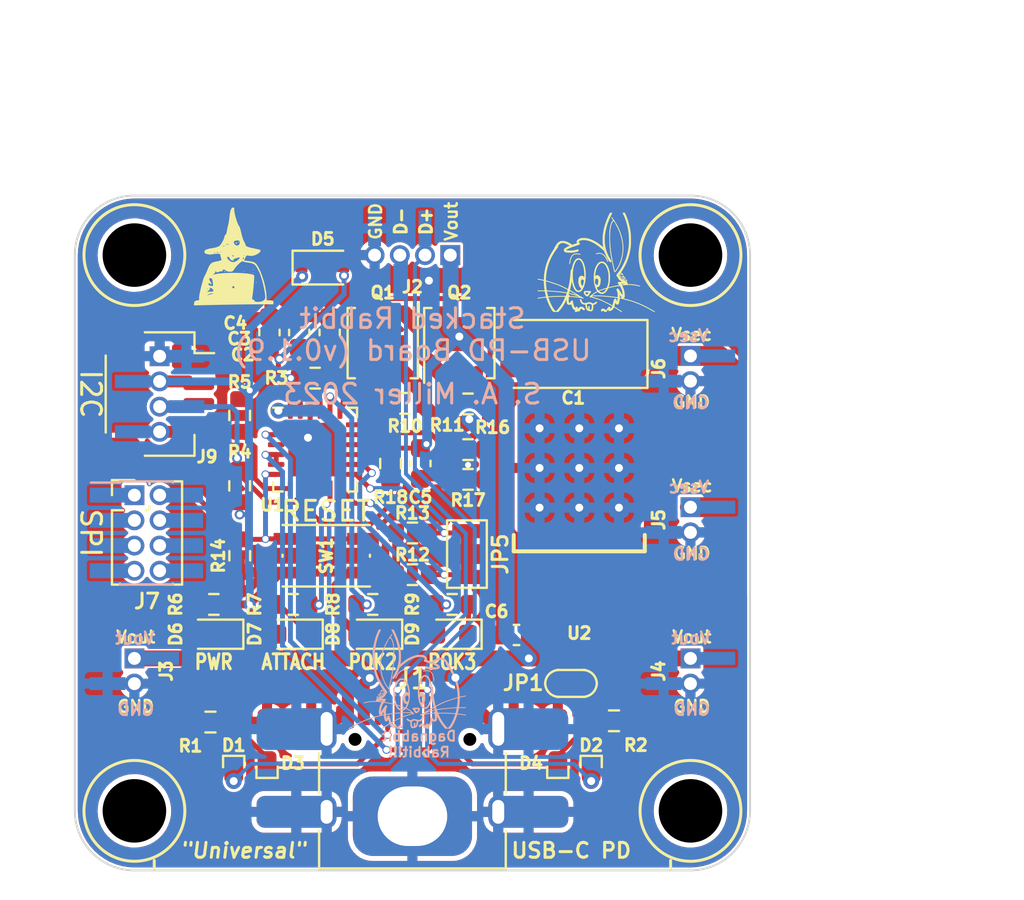
<source format=kicad_pcb>
(kicad_pcb (version 20211014) (generator pcbnew)
  (title_block (title "USB-PD Board") (rev "0.1.9") (company "The Nerd Mage"))
  (layers (0 "F.Cu" signal) (31 "B.Cu" signal) (34 "B.Paste" user) (35 "F.Paste" user) (36 "B.SilkS" user "B.Silkscreen") (37 "F.SilkS" user "F.Silkscreen") (38 "B.Mask" user) (39 "F.Mask" user) (44 "Edge.Cuts" user))
  (net 0 "")
  (net 1 "UD+")
  (net 2 "UD-")
  (net 5 "Net-(C5-Pad2)")
  (net 6 "Net-(C3-Pad1)")
  (net 7 "Net-(C4-Pad1)")
  (net 8 "CC1")
  (net 9 "CC2")
  (net 10 "Vbus")
  (net 11 "RESET")
  (net 12 "SCL")
  (net 13 "SDA")
  (net 14 "GPIO")
  (net 15 "ALERT")
  (net 16 "2v7")
  (net 17 "ATTACH")
  (net 18 "A_B_SIDE")
  (net 19 "GND")
  (net 20 "Vout")
  (net 21 "POWER_OK3")
  (net 22 "POWER_OK2")
  (net 23 "Vsec")
  (net 24 "Net-(D6-Pad2)")
  (net 25 "/ADDR0")
  (net 26 "/ADDR1")
  (net 27 "Net-(D9-Pad1)")
  (net 28 "Net-(R10-Pad1)")
  (net 29 "Net-(R16-Pad2)")
  (net 30 "Net-(Q1-Pad1)")
  (net 31 "Net-(Q1-Pad4)")
  (net 33 "Net-(D7-Pad1)")
  (net 34 "Net-(D8-Pad1)")
  (net 35 "SCLK")
  (net 36 "MISO")
  (net 37 "MOSI")
  (net 38 "~{SCS}3")
  (net 39 "~{SCS}2")
  (net 40 "~{SCS}1")
  (net 41 "~{SCS}0")
  (net 42 "Net-(U1-Pad9)")
  (footprint "Resistor_SMD:R_0603_1608Metric" (layer "F.Cu") (at 91.3 97.626177 -90)
    (fp_text reference "R4")
    (fp_text value "1k")
  )
  (footprint "Tinker:NerdMage" (layer "F.Cu") (at 91 86)
    (fp_text reference "G***" hide)
    (fp_text value "LOGO" hide)
  )
  (footprint "Tinker:PGB1010603NRHF" (layer "F.Cu") (at 109 113 -90)
    (fp_text reference "D2")
    (fp_text value "PGB1010603NR" hide)
  )
  (footprint "Tinker:CP_EIA-6032-28-Tantalumm_HandSolder" (layer "F.Cu") (at 108.1 90.98 180)
    (fp_text reference "C1")
    (fp_text value "22uf" hide)
  )
  (footprint "LED_SMD:LED_0603_1608Metric" (layer "F.Cu") (at 90 105.1 180)
    (fp_text reference "D6")
    (fp_text value "green")
  )
  (footprint "Capacitor_SMD:C_0603_1608Metric" (layer "F.Cu") (at 95.832603 89.9 90)
    (fp_text reference "C2")
    (fp_text value "1.0uF")
  )
  (footprint "Package_DFN_QFN:QFN-24-1EP_4x4mm_P0.5mm_EP2.7x2.7mm" (layer "F.Cu") (at 95.1 95.8)
    (fp_text reference "U1")
    (fp_text value "STUSB4500QTR")
  )
  (footprint "Capacitor_SMD:C_0603_1608Metric" (layer "F.Cu") (at 105.239817 105.138939 180)
    (fp_text reference "C6")
    (fp_text value "1.0uF")
  )
  (footprint "Tinker:DagNabbit" (layer "F.Cu") (at 109 87)
    (fp_text reference "REF**" hide)
    (fp_text value "DagNabbit" hide)
  )
  (footprint "Tinker:R_0603_1608Metric_Pad0.98x0.95mm_HandSolder" (layer "F.Cu") (at 89.829448 109.526795 180)
    (fp_text reference "R1")
    (fp_text value "5k1")
  )
  (footprint "LED_SMD:LED_0603_1608Metric" (layer "F.Cu") (at 98 105.1 180)
    (fp_text reference "D8")
    (fp_text value "yellow")
  )
  (footprint "Tinker:USB_C_Receptacle_HRO_TYPE-C-31-M-12" (layer "F.Cu") (at 100 113)
    (fp_text reference "J1")
    (fp_text value "USB_C_Receptacle" hide)
  )
  (footprint "Resistor_SMD:R_0603_1608Metric" (layer "F.Cu") (at 94 103.6 180)
    (fp_text reference "R7")
    (fp_text value "1k")
  )
  (footprint "Tinker:Diodes_PowerDI3333-8" (layer "F.Cu") (at 102.361153 90.435247 90)
    (fp_text reference "Q2")
    (fp_text value "DMP3013SFV" hide)
  )
  (footprint "Tinker:Board_Stacker_2" (layer "F.Cu") (at 114 106.32)
    (fp_text reference "J4")
    (fp_text value "Conn_01x02_Male")
  )
  (footprint "Tinker:Mount" (layer "F.Cu") (at 114 86)
    (fp_text reference "REF**" hide)
    (fp_text value "Mount" hide)
  )
  (footprint "Capacitor_SMD:C_0603_1608Metric" (layer "F.Cu") (at 94.3 89.9 90)
    (fp_text reference "C3")
    (fp_text value "1.0uF")
  )
  (footprint "Tinker:Diodes_PowerDI3333-8" (layer "F.Cu") (at 98.505987 90.435247 -90)
    (fp_text reference "Q1")
    (fp_text value "DMP3013SFV" hide)
  )
  (footprint "Resistor_SMD:R_0603_1608Metric" (layer "F.Cu") (at 99.621257 93.469133)
    (fp_text reference "R10")
    (fp_text value "1k")
  )
  (footprint "Tinker:SolderJumper-2_P_Open_Rounded_skinny" (layer "F.Cu") (at 107.983618 107.58)
    (fp_text reference "JP1")
    (fp_text value "SolderJumper_2_Open" hide)
  )
  (footprint "Tinker:Board_Stacker_2" (layer "F.Cu") (at 86 106.32)
    (fp_text reference "J3")
    (fp_text value "Conn_01x02_Male")
  )
  (footprint "Tinker:Mount" (layer "F.Cu") (at 114 114)
    (fp_text reference "REF**" hide)
    (fp_text value "Mount" hide)
  )
  (footprint "Tinker:PinHeader_2x04_P1.27mm_Vertical" (layer "F.Cu") (at 86 98.095)
    (fp_text reference "J7")
    (fp_text value "Conn_01x08_Male")
  )
  (footprint "Capacitor_SMD:C_0603_1608Metric" (layer "F.Cu") (at 100.4 96.5 -90)
    (fp_text reference "C5")
    (fp_text value "0.1uF")
  )
  (footprint "Diode_SMD:D_SOD-323" (layer "F.Cu") (at 95.464172 86.630156)
    (fp_text reference "D5")
    (fp_text value "BAT60A")
  )
  (footprint "Tinker:Mount" (layer "F.Cu") (at 86 114)
    (fp_text reference "REF**" hide)
    (fp_text value "Mount" hide)
  )
  (footprint "Resistor_SMD:R_0603_1608Metric" (layer "F.Cu") (at 91.303982 101.147587 90)
    (fp_text reference "R14")
    (fp_text value "100k")
  )
  (footprint "Resistor_SMD:R_0603_1608Metric" (layer "F.Cu") (at 98.9 96.5 -90)
    (fp_text reference "R18")
    (fp_text value "1k")
  )
  (footprint "Tinker:QWIIC_Stack_II" (layer "F.Cu") (at 87.27 93 -90)
    (fp_text reference "J9")
    (fp_text value "QWIIC_Stackable")
  )
  (footprint "Tinker:R_0603_1608Metric_Pad0.98x0.95mm_HandSolder" (layer "F.Cu") (at 110.150246 109.462623)
    (fp_text reference "R2")
    (fp_text value "5k1")
  )
  (footprint "Resistor_SMD:R_0603_1608Metric" (layer "F.Cu") (at 100 100 180)
    (fp_text reference "R13")
    (fp_text value "100k")
  )
  (footprint "Tinker:PGB1010603NRHF" (layer "F.Cu") (at 91 113 -90)
    (fp_text reference "D1")
    (fp_text value "PGB1010603NR" hide)
  )
  (footprint "Tinker:Board_Stacker_2" (layer "F.Cu") (at 114 91.08)
    (fp_text reference "J6")
    (fp_text value "Conn_01x02_Male")
  )
  (footprint "Resistor_SMD:R_0603_1608Metric" (layer "F.Cu") (at 102.8 97.3 180)
    (fp_text reference "R17")
    (fp_text value "100")
  )
  (footprint "Tinker:SolderJumper-3_P1.3mm_Bridged123_Pad1.0x1.5mm" (layer "F.Cu") (at 102.744435 101.062635 -90)
    (fp_text reference "JP5")
    (fp_text value "SolderJumper_3_Bridged123" hide)
  )
  (footprint "Tinker:Board_Stacker_2" (layer "F.Cu") (at 114 98.7)
    (fp_text reference "J5")
    (fp_text value "Conn_01x02_Male")
  )
  (footprint "Tinker:SW_Push_TS273014TP" (layer "F.Cu") (at 95.659571 101.147587)
    (fp_text reference "SW1")
    (fp_text value "SW_Push" hide)
  )
  (footprint "Capacitor_SMD:C_0603_1608Metric" (layer "F.Cu") (at 92.8 89.9 90)
    (fp_text reference "C4")
    (fp_text value "1.0uF")
  )
  (footprint "Resistor_SMD:R_0603_1608Metric" (layer "F.Cu") (at 102.8 93.5 180)
    (fp_text reference "R11")
    (fp_text value "100k")
  )
  (footprint "Resistor_SMD:R_0603_1608Metric" (layer "F.Cu") (at 98 103.6)
    (fp_text reference "R8")
    (fp_text value "1k")
  )
  (footprint "Resistor_SMD:R_0603_1608Metric" (layer "F.Cu") (at 102.8 95.8 180)
    (fp_text reference "R16")
    (fp_text value "22k")
  )
  (footprint "Resistor_SMD:R_0603_1608Metric" (layer "F.Cu") (at 100 102.1 180)
    (fp_text reference "R12")
    (fp_text value "100k")
  )
  (footprint "Resistor_SMD:R_0603_1608Metric" (layer "F.Cu") (at 90 103.6)
    (fp_text reference "R6")
    (fp_text value "1k")
  )
  (footprint "LED_SMD:LED_0603_1608Metric" (layer "F.Cu") (at 94 105.1 180)
    (fp_text reference "D7")
    (fp_text value "yellow")
  )
  (footprint "Resistor_SMD:R_0603_1608Metric" (layer "F.Cu") (at 95.1 92.2 180)
    (fp_text reference "R3")
    (fp_text value "1k")
  )
  (footprint "Tinker:Mount" (layer "F.Cu") (at 86 86)
    (fp_text reference "REF**" hide)
    (fp_text value "Mount" hide)
  )
  (footprint "Resistor_SMD:R_0603_1608Metric" (layer "F.Cu") (at 102 103.6)
    (fp_text reference "R9")
    (fp_text value "1k")
  )
  (footprint "Tinker:Board_Stacker_4" (layer "F.Cu") (at 101.905 86 -90)
    (fp_text reference "J2")
    (fp_text value "Conn_01x04_Male")
  )
  (footprint "Tinker:R1501J033BT1JE" (layer "F.Cu") (at 108.4 98.9)
    (fp_text reference "U2")
    (fp_text value "R1501J033B-T1-JE" hide)
  )
  (footprint "Tinker:PGB1010603NRHF" (layer "F.Cu") (at 107.32 110.571795 90)
    (fp_text reference "D4")
    (fp_text value "PGB1010603NR" hide)
  )
  (footprint "LED_SMD:LED_0603_1608Metric" (layer "F.Cu") (at 102 105.1 180)
    (fp_text reference "D9")
    (fp_text value "yellow")
  )
  (footprint "Resistor_SMD:R_0603_1608Metric" (layer "F.Cu") (at 91.3 94.08 90)
    (fp_text reference "R5")
    (fp_text value "1k")
  )
  (footprint "Tinker:PGB1010603NRHF" (layer "F.Cu") (at 92.68 110.571795 90)
    (fp_text reference "D3")
    (fp_text value "PGB1010603NR" hide)
  )
  (footprint "Tinker:DagNabbit" (layer "B.Cu") (at 100 108 180)
    (fp_text reference "REF**" hide)
    (fp_text value "DagNabbit" hide)
  )
  (gr_line (start 113 116.9) (end 113 116.5) (layer "F.SilkS") (width 0.15))
  (gr_line (start 87 116.9) (end 87 116.5) (layer "F.SilkS") (width 0.15))
  (gr_line (start 117 86) (end 117 114) (layer "Edge.Cuts") (width 0.1))
  (gr_arc (start 86 117) (mid 83.87868 116.12132) (end 83 114) (layer "Edge.Cuts") (width 0.1))
  (gr_arc (start 83 86) (mid 83.87868 83.87868) (end 86 83) (layer "Edge.Cuts") (width 0.1))
  (gr_line (start 86 83) (end 114 83) (layer "Edge.Cuts") (width 0.1))
  (gr_line (start 83 114) (end 83 86) (layer "Edge.Cuts") (width 0.1))
  (gr_arc (start 114 83) (mid 116.12132 83.87868) (end 117 86) (layer "Edge.Cuts") (width 0.1))
  (gr_line (start 86 117) (end 114 117) (layer "Edge.Cuts") (width 0.1))
  (gr_arc (start 117 114) (mid 116.12132 116.12132) (end 114 117) (layer "Edge.Cuts") (width 0.1))
  (gr_text "Stacked Rabbit\n${TITLE} (v${REVISION})" (at 100 90) (layer "B.SilkS") (effects (font (size 1 1)) (justify mirror)))
  (gr_text "Vout" (at 86.019299 105.301541) (layer "B.SilkS") (effects (font (size 0.6 0.6) (thickness 0.125)) (justify mirror)))
  (gr_text "GND" (at 114.067933 108.88409) (layer "B.SilkS") (effects (font (size 0.6 0.6) (thickness 0.125)) (justify mirror)))
  (gr_text "GND" (at 114.007828 93.440254) (layer "B.SilkS") (effects (font (size 0.6 0.6) (thickness 0.125)) (justify mirror)))
  (gr_text "Vsec" (at 113.891319 90.061488) (layer "B.SilkS") (effects (font (size 0.6 0.6) (thickness 0.125)) (justify mirror)))
  (gr_text "Vsec" (at 113.913793 97.690477) (layer "B.SilkS") (effects (font (size 0.6 0.6) (thickness 0.125)) (justify mirror)))
  (gr_text "Vout" (at 114.021329 105.295608) (layer "B.SilkS") (effects (font (size 0.6 0.6) (thickness 0.125)) (justify mirror)))
  (gr_text "GND" (at 86.065903 108.890023) (layer "B.SilkS") (effects (font (size 0.6 0.6) (thickness 0.125)) (justify mirror)))
  (gr_text "S. A. Miller 2023" (at 100 93) (layer "B.SilkS") (effects (font (size 1 1)) (justify mirror)))
  (gr_text "GND" (at 114.030302 101.069243) (layer "B.SilkS") (effects (font (size 0.6 0.6) (thickness 0.125)) (justify mirror)))
  (gr_text "USB-C PD" (at 108 116) (layer "F.SilkS") (effects (font (size 0.75 0.75))))
  (gr_text "Vsec" (at 114.083614 97.629169) (layer "F.SilkS") (effects (font (size 0.6 0.6) (thickness 0.125))))
  (gr_text "Vout" (at 86.068727 105.243053) (layer "F.SilkS") (effects (font (size 0.6 0.6) (thickness 0.125))))
  (gr_text "ATTACH" (at 94 106.5) (layer "F.SilkS") (effects (font (size 0.75 0.6))))
  (gr_text "Vout" (at 101.95585 84.3 90) (layer "F.SilkS") (effects (font (size 0.6 0.6) (thickness 0.125))))
  (gr_text "RESET" (at 95.659571 98.9) (layer "F.SilkS") (effects (font (size 1 1))))
  (gr_text "GND" (at 86.068727 108.743053) (layer "F.SilkS") (effects (font (size 0.6 0.6) (thickness 0.125))))
  (gr_text "GND" (at 98.14585 84.3 90) (layer "F.SilkS") (effects (font (size 0.6 0.6) (thickness 0.125))))
  (gr_text "POK3" (at 102 106.5) (layer "F.SilkS") (effects (font (size 0.75 0.6))))
  (gr_text "I2C" (at 83.8 93 -90) (layer "F.SilkS") (effects (font (size 1 1))))
  (gr_text "GND" (at 114.070757 108.73712) (layer "F.SilkS") (effects (font (size 0.6 0.6) (thickness 0.125))))
  (gr_text "GND" (at 114.083614 101.029169) (layer "F.SilkS") (effects (font (size 0.6 0.6) (thickness 0.125))))
  (gr_text "Vsec" (at 114.06114 90.00018) (layer "F.SilkS") (effects (font (size 0.6 0.6) (thickness 0.125))))
  (gr_text "GND" (at 114.06114 93.40018) (layer "F.SilkS") (effects (font (size 0.6 0.6) (thickness 0.125))))
  (gr_text "SPI" (at 83.8 100 -90) (layer "F.SilkS") (effects (font (size 1 1))))
  (gr_text "{dblquote}Universal{dblquote}" (at 91.5 116) (layer "F.SilkS") (effects (font (size 0.75 0.75) (thickness 0.15) italic)))
  (gr_text "D+" (at 100.68585 84.3 90) (layer "F.SilkS") (effects (font (size 0.6 0.6))))
  (gr_text "PWR" (at 90 106.5) (layer "F.SilkS") (effects (font (size 0.75 0.6))))
  (gr_text "Vout" (at 114.070757 105.23712) (layer "F.SilkS") (effects (font (size 0.6 0.6) (thickness 0.125))))
  (gr_text "POK2" (at 98 106.5) (layer "F.SilkS") (effects (font (size 0.75 0.6))))
  (gr_text "D-" (at 99.41585 84.3 90) (layer "F.SilkS") (effects (font (size 0.6 0.6))))
  (segment (start 99.8 107.921795) (end 100.7 107.921795) (width 0.2) (layer "F.Cu") (net 1))
  (segment (start 100.7 107.921795) (end 100.75 107.971795) (width 0.2) (layer "F.Cu") (net 1))
  (segment (start 99.75 107.971795) (end 99.8 107.921795) (width 0.2) (layer "F.Cu") (net 1))
  (segment (start 100.75 107.971795) (end 100.75 108.946795) (width 0.2) (layer "F.Cu") (net 1))
  (segment (start 99.75 108.946795) (end 99.75 107.971795) (width 0.2) (layer "F.Cu") (net 1))
  (via (at 100.75 107.905935) (size 0.4) (drill 0.3) (layers "F.Cu" "B.Cu") (net 1))
  (via (at 109 112.5) (size 0.8) (drill 0.4) (layers "F.Cu" "B.Cu") (net 1))
  (segment (start 100.123866 86.511134) (end 100.635 86) (width 0.2) (layer "B.Cu") (net 1))
  (segment (start 100.75 107.905935) (end 100.75 106.656882) (width 0.2) (layer "B.Cu") (net 1))
  (segment (start 100.737621 110.30379) (end 100.737816 110.303985) (width 0.2) (layer "B.Cu") (net 1))
  (segment (start 103.136827 99.765504) (end 100.185755 96.814432) (width 0.2) (layer "B.Cu") (net 1))
  (segment (start 100.737816 111.072204) (end 101.30017 111.634558) (width 0.2) (layer "B.Cu") (net 1))
  (segment (start 108.131208 111.634558) (end 108.132883 111.632883) (width 0.2) (layer "B.Cu") (net 1))
  (segment (start 100.75 107.905935) (end 100.737621 107.918314) (width 0.2) (layer "B.Cu") (net 1))
  (segment (start 100.75 106.656882) (end 103.136827 104.270055) (width 0.2) (layer "B.Cu") (net 1))
  (segment (start 108.132883 111.632883) (end 109 112.5) (width 0.2) (layer "B.Cu") (net 1))
  (segment (start 100.737816 110.303985) (end 100.737816 111.072204) (width 0.2) (layer "B.Cu") (net 1))
  (segment (start 101.30017 111.634558) (end 108.131208 111.634558) (width 0.2) (layer "B.Cu") (net 1))
  (segment (start 100.737621 107.918314) (end 100.737621 110.30379) (width 0.2) (layer "B.Cu") (net 1))
  (segment (start 100.185755 96.814432) (end 100.123866 96.814432) (width 0.2) (layer "B.Cu") (net 1))
  (segment (start 103.136827 104.270055) (end 103.136827 99.765504) (width 0.2) (layer "B.Cu") (net 1))
  (segment (start 100.123866 96.814432) (end 100.123866 86.511134) (width 0.2) (layer "B.Cu") (net 1))
  (segment (start 99.25 109.941795) (end 99.3 109.991795) (width 0.2) (layer "F.Cu") (net 2))
  (segment (start 99.3 109.991795) (end 100.2 109.991795) (width 0.2) (layer "F.Cu") (net 2))
  (segment (start 99.25 108.966795) (end 99.25 108.055935) (width 0.2) (layer "F.Cu") (net 2))
  (segment (start 99.25 108.055935) (end 99.15 107.955935) (width 0.2) (layer "F.Cu") (net 2))
  (segment (start 100.2 109.991795) (end 100.25 109.941795) (width 0.2) (layer "F.Cu") (net 2))
  (segment (start 100.25 109.941795) (end 100.25 108.966795) (width 0.2) (layer "F.Cu") (net 2))
  (segment (start 99.25 108.966795) (end 99.25 109.941795) (width 0.2) (layer "F.Cu") (net 2))
  (via (at 91 112.5) (size 0.8) (drill 0.4) (layers "F.Cu" "B.Cu") (net 2))
  (via (at 99.25 107.905935) (size 0.4) (drill 0.3) (layers "F.Cu" "B.Cu") (net 2))
  (segment (start 99.253303 111.183958) (end 98.804378 111.632883) (width 0.2) (layer "B.Cu") (net 2))
  (segment (start 99.253303 107.909238) (end 99.253303 111.183958) (width 0.2) (layer "B.Cu") (net 2))
  (segment (start 99.365 86) (end 99.673866 86.308866) (width 0.2) (layer "B.Cu") (net 2))
  (segment (start 102.686827 104.083655) (end 99.25 107.520482) (width 0.2) (layer "B.Cu") (net 2))
  (segment (start 102.686827 100.034106) (end 102.686827 104.083655) (width 0.2) (layer "B.Cu") (net 2))
  (segment (start 91.867117 111.632883) (end 91 112.5) (width 0.2) (layer "B.Cu") (net 2))
  (segment (start 99.25 107.520482) (end 99.25 107.905935) (width 0.2) (layer "B.Cu") (net 2))
  (segment (start 99.673866 97.021145) (end 102.686827 100.034106) (width 0.2) (layer "B.Cu") (net 2))
  (segment (start 98.804378 111.632883) (end 91.867117 111.632883) (width 0.2) (layer "B.Cu") (net 2))
  (segment (start 99.25 107.905935) (end 99.253303 107.909238) (width 0.2) (layer "B.Cu") (net 2))
  (segment (start 99.673866 86.308866) (end 99.673866 97.021145) (width 0.2) (layer "B.Cu") (net 2))
  (segment (start 100.4 97.275) (end 101.95 97.275) (width 0.25) (layer "F.Cu") (net 5))
  (segment (start 101.95 97.275) (end 101.975 97.3) (width 0.25) (layer "F.Cu") (net 5))
  (segment (start 95.069118 91.544118) (end 94.3 90.775) (width 0.25) (layer "F.Cu") (net 6))
  (segment (start 95.35 93.2919) (end 95.069118 93.011018) (width 0.25) (layer "F.Cu") (net 6))
  (segment (start 95.069118 93.011018) (end 95.069118 91.544118) (width 0.25) (layer "F.Cu") (net 6))
  (segment (start 95.35 93.8375) (end 95.35 93.2919) (width 0.25) (layer "F.Cu") (net 6))
  (segment (start 93.248585 92.346288) (end 93.248585 91.223585) (width 0.25) (layer "F.Cu") (net 7))
  (segment (start 94.35 93.447703) (end 93.248585 92.346288) (width 0.25) (layer "F.Cu") (net 7))
  (segment (start 93.248585 91.223585) (end 92.8 90.775) (width 0.25) (layer "F.Cu") (net 7))
  (segment (start 94.35 93.8375) (end 94.35 93.447703) (width 0.25) (layer "F.Cu") (net 7))
  (via (at 96.556447 87.032573) (size 0.5) (drill 0.3) (layers "F.Cu" "B.Cu") (net 7))
  (via (at 93.298784 91.22921) (size 0.5) (drill 0.3) (layers "F.Cu" "B.Cu") (net 7))
  (segment (start 96.556447 87.971547) (end 96.556447 87.032573) (width 0.25) (layer "B.Cu") (net 7))
  (segment (start 93.298784 91.22921) (end 96.556447 87.971547) (width 0.25) (layer "B.Cu") (net 7))
  (segment (start 90.891948 109.526795) (end 92.68 111.314847) (width 0.25) (layer "F.Cu") (net 8))
  (segment (start 98.743716 110.171172) (end 98.704539 110.171172) (width 0.25) (layer "F.Cu") (net 8))
  (segment (start 97.241416 111.634295) (end 92.68 111.634295) (width 0.25) (layer "F.Cu") (net 8))
  (segment (start 92.631354 95.046166) (end 93.133666 95.046166) (width 0.25) (layer "F.Cu") (net 8))
  (segment (start 98.75 110.164888) (end 98.743716 110.171172) (width 0.25) (layer "F.Cu") (net 8))
  (segment (start 98.75 108.955) (end 98.75 110.164888) (width 0.25) (layer "F.Cu") (net 8))
  (segment (start 92.68 111.314847) (end 92.68 111.631795) (width 0.25) (layer "F.Cu") (net 8))
  (segment (start 93.133666 95.046166) (end 93.1375 95.05) (width 0.25) (layer "F.Cu") (net 8))
  (segment (start 93.1375 95.05) (end 93.1375 94.55) (width 0.25) (layer "F.Cu") (net 8))
  (segment (start 98.704539 110.171172) (end 97.241416 111.634295) (width 0.25) (layer "F.Cu") (net 8))
  (via (at 92.6 95.046166) (size 0.4) (drill 0.3) (layers "F.Cu" "B.Cu") (net 8))
  (via (at 98.743716 110.171172) (size 0.4) (drill 0.3) (layers "F.Cu" "B.Cu") (net 8))
  (segment (start 93.856936 96.282462) (end 93.856936 105.446975) (width 0.25) (layer "B.Cu") (net 8))
  (segment (start 93.856936 105.446975) (end 98.581133 110.171172) (width 0.25) (layer "B.Cu") (net 8))
  (segment (start 98.581133 110.171172) (end 98.743716 110.171172) (width 0.25) (layer "B.Cu") (net 8))
  (segment (start 92.631354 95.05688) (end 93.856936 96.282462) (width 0.25) (layer "B.Cu") (net 8))
  (segment (start 92.631354 95.046166) (end 92.631354 95.05688) (width 0.25) (layer "B.Cu") (net 8))
  (segment (start 100.749398 110.926038) (end 101.75 109.925436) (width 0.25) (layer "F.Cu") (net 9))
  (segment (start 101.75 109.67) (end 101.75 110.369276) (width 0.25) (layer "F.Cu") (net 9))
  (segment (start 101.75 110.149742) (end 101.75 109.925436) (width 0.25) (layer "F.Cu") (net 9))
  (segment (start 92.60327 96.061219) (end 92.614489 96.05) (width 0.25) (layer "F.Cu") (net 9))
  (segment (start 103.015019 111.634295) (end 107.32 111.634295) (width 0.25) (layer "F.Cu") (net 9))
  (segment (start 93.1375 96.55) (end 93.1375 96.05) (width 0.25) (layer "F.Cu") (net 9))
  (segment (start 107.32 111.631795) (end 107.32 111.230369) (width 0.25) (layer "F.Cu") (net 9))
  (segment (start 101.75 110.369276) (end 103.015019 111.634295) (width 0.25) (layer "F.Cu") (net 9))
  (segment (start 92.614489 96.05) (end 93.1375 96.05) (width 0.25) (layer "F.Cu") (net 9))
  (segment (start 101.75 108.955) (end 101.75 109.67) (width 0.25) (layer "F.Cu") (net 9))
  (segment (start 98.692136 110.926038) (end 100.749398 110.926038) (width 0.25) (layer "F.Cu") (net 9))
  (segment (start 101.75 109.925436) (end 101.75 109.67) (width 0.25) (layer "F.Cu") (net 9))
  (segment (start 107.32 111.230369) (end 109.087746 109.462623) (width 0.25) (layer "F.Cu") (net 9))
  (via (at 92.6 96.061219) (size 0.4) (drill 0.3) (layers "F.Cu" "B.Cu") (net 9))
  (via (at 98.692136 110.926038) (size 0.4) (drill 0.3) (layers "F.Cu" "B.Cu") (net 9))
  (segment (start 93.456936 105.690838) (end 98.692136 110.926038) (width 0.25) (layer "B.Cu") (net 9))
  (segment (start 92.60327 96.061219) (end 93.456936 96.914885) (width 0.25) (layer "B.Cu") (net 9))
  (segment (start 93.456936 96.914885) (end 93.456936 105.690838) (width 0.25) (layer "B.Cu") (net 9))
  (segment (start 98.505987 90.890247) (end 98.403391 90.787651) (width 0.8) (layer "F.Cu") (net 10))
  (segment (start 102.1633 107.189716) (end 102.45 107.476416) (width 0.6) (layer "F.Cu") (net 10))
  (segment (start 100.446257 92.830517) (end 98.505987 90.890247) (width 0.8) (layer "F.Cu") (net 10))
  (segment (start 97.55 108.515) (end 97.55 107.61) (width 0.6) (layer "F.Cu") (net 10))
  (segment (start 100.446257 93.469133) (end 100.446257 92.830517) (width 0.8) (layer "F.Cu") (net 10))
  (segment (start 102.45 108.955) (end 102.45 108.126132) (width 0.6) (layer "F.Cu") (net 10))
  (segment (start 102.862189 94.269969) (end 102.607158 94.525) (width 0.8) (layer "F.Cu") (net 10))
  (segment (start 102.607158 94.525) (end 101.46434 94.525) (width 0.8) (layer "F.Cu") (net 10))
  (segment (start 97.55 107.61) (end 97.970284 107.189716) (width 0.6) (layer "F.Cu") (net 10))
  (segment (start 107.230034 107.476416) (end 102.45 107.476416) (width 0.8) (layer "F.Cu") (net 10))
  (segment (start 93.25122 93.8375) (end 93.65 93.8375) (width 0.6) (layer "F.Cu") (net 10))
  (segment (start 102.45 107.476416) (end 102.45 108.082373) (width 0.6) (layer "F.Cu") (net 10))
  (segment (start 97.970284 107.189716) (end 102.1633 107.189716) (width 0.6) (layer "F.Cu") (net 10))
  (segment (start 100.446257 93.506917) (end 100.446257 93.469133) (width 0.8) (layer "F.Cu") (net 10))
  (segment (start 101.46434 94.525) (end 100.446257 93.506917) (width 0.8) (layer "F.Cu") (net 10))
  (segment (start 107.333618 107.58) (end 107.230034 107.476416) (width 0.8) (layer "F.Cu") (net 10))
  (segment (start 98.403391 90.787651) (end 95.832603 90.787651) (width 0.8) (layer "F.Cu") (net 10))
  (via (at 102.1633 107.289716) (size 0.8) (drill 0.4) (layers "F.Cu" "B.Cu") (net 10))
  (via (at 93.25122 93.8375) (size 0.8) (drill 0.4) (layers "F.Cu" "B.Cu") (net 10))
  (via (at 97.85 107.31) (size 0.8) (drill 0.4) (layers "F.Cu" "B.Cu") (net 10))
  (via (at 102.862189 94.269969) (size 0.8) (drill 0.4) (layers "F.Cu" "B.Cu") (net 10))
  (segment (start 93.25122 93.8375) (end 95.396969 93.8375) (width 0.6) (layer "B.Cu") (net 10))
  (segment (start 96.370399 94.81093) (end 96.370399 105.830399) (width 0.6) (layer "B.Cu") (net 10))
  (segment (start 95.396969 93.8375) (end 96.370399 94.81093) (width 0.6) (layer "B.Cu") (net 10))
  (segment (start 103.786327 95.194107) (end 103.786327 105.666689) (width 0.8) (layer "B.Cu") (net 10))
  (segment (start 103.786327 105.666689) (end 102.1633 107.289716) (width 0.8) (layer "B.Cu") (net 10))
  (segment (start 96.370399 105.830399) (end 97.85 107.31) (width 0.6) (layer "B.Cu") (net 10))
  (segment (start 102.862189 94.269969) (end 103.786327 95.194107) (width 0.8) (layer "B.Cu") (net 10))
  (segment (start 92.602413 100.297587) (end 97.509571 100.297587) (width 0.25) (layer "F.Cu") (net 11))
  (segment (start 92.6 100.3) (end 92.602413 100.297587) (width 0.25) (layer "F.Cu") (net 11))
  (segment (start 92.601458 97.05) (end 93.1375 97.05) (width 0.25) (layer "F.Cu") (net 11))
  (segment (start 92.577413 100.322587) (end 92.6 100.3) (width 0.25) (layer "F.Cu") (net 11))
  (segment (start 91.303982 100.322587) (end 91.287401 100.322587) (width 0.25) (layer "F.Cu") (net 11))
  (segment (start 91.287401 100.322587) (end 89.059814 98.095) (width 0.25) (layer "F.Cu") (net 11))
  (segment (start 91.303982 100.322587) (end 92.577413 100.322587) (width 0.25) (layer "F.Cu") (net 11))
  (segment (start 89.059814 98.095) (end 87.27 98.095) (width 0.25) (layer "F.Cu") (net 11))
  (via (at 92.6 100.3) (size 0.4) (drill 0.3) (layers "F.Cu" "B.Cu") (net 11))
  (via (at 92.6 97.05) (size 0.4) (drill 0.3) (layers "F.Cu" "B.Cu") (net 11))
  (segment (start 92.601458 100.298542) (end 92.601458 97.05) (width 0.25) (layer "B.Cu") (net 11))
  (segment (start 92.6 100.3) (end 92.601458 100.298542) (width 0.25) (layer "B.Cu") (net 11))
  (segment (start 93.85 97.7625) (end 92.570037 97.7625) (width 0.25) (layer "F.Cu") (net 12))
  (segment (start 92.570037 97.7625) (end 92.075 97.267463) (width 0.25) (layer "F.Cu") (net 12))
  (segment (start 92.072112 95.677112) (end 91.3 94.905) (width 0.25) (layer "F.Cu") (net 12))
  (segment (start 87.27 94.905) (end 90.9 94.905) (width 0.25) (layer "F.Cu") (net 12))
  (segment (start 92.075 95.677112) (end 92.072112 95.677112) (width 0.25) (layer "F.Cu") (net 12))
  (segment (start 92.075 97.267463) (end 92.075 95.677112) (width 0.25) (layer "F.Cu") (net 12))
  (segment (start 94.052297 98.45) (end 94.35 98.152297) (width 0.25) (layer "F.Cu") (net 13))
  (segment (start 94.35 98.152297) (end 94.35 97.7625) (width 0.25) (layer "F.Cu") (net 13))
  (segment (start 92.691852 98.45) (end 94.052297 98.45) (width 0.25) (layer "F.Cu") (net 13))
  (segment (start 91.169714 96.23352) (end 91.169714 96.670891) (width 0.25) (layer "F.Cu") (net 13))
  (segment (start 91.3 97.058149) (end 92.691852 98.45) (width 0.25) (layer "F.Cu") (net 13))
  (segment (start 91.3 96.801177) (end 91.3 97.058149) (width 0.25) (layer "F.Cu") (net 13))
  (segment (start 91.169714 96.670891) (end 91.3 96.801177) (width 0.25) (layer "F.Cu") (net 13))
  (via (at 91.169714 96.23352) (size 0.5) (drill 0.3) (layers "F.Cu" "B.Cu") (net 13))
  (segment (start 90.875568 93.635) (end 91.169714 93.929146) (width 0.25) (layer "B.Cu") (net 13))
  (segment (start 91.169714 93.929146) (end 91.169714 96.23352) (width 0.25) (layer "B.Cu") (net 13))
  (segment (start 87.27 93.635) (end 90.875568 93.635) (width 0.25) (layer "B.Cu") (net 13))
  (segment (start 96.515379 92.901492) (end 96.515379 93.551633) (width 0.25) (layer "F.Cu") (net 15))
  (segment (start 95.890424 92.276537) (end 96.515379 92.901492) (width 0.25) (layer "F.Cu") (net 15))
  (segment (start 96.35 93.8375) (end 96.35 93.717011) (width 0.25) (layer "F.Cu") (net 15))
  (segment (start 96.35 93.717011) (end 96.515379 93.551633) (width 0.25) (layer "F.Cu") (net 15))
  (segment (start 99.18424 100.164097) (end 99.18424 102.025006) (width 0.4) (layer "F.Cu") (net 16))
  (segment (start 93.2125 105.1) (end 93.183635 105.1) (width 0.4) (layer "F.Cu") (net 16))
  (segment (start 97.2125 105.094573) (end 97.2125 105.1) (width 0.4) (layer "F.Cu") (net 16))
  (segment (start 93.809571 101.997587) (end 99.156821 101.997587) (width 0.4) (layer "F.Cu") (net 16))
  (segment (start 99.156821 101.997587) (end 100.079944 102.92071) (width 0.4) (layer "F.Cu") (net 16))
  (segment (start 100.079944 102.92071) (end 100.079944 103.981924) (width 0.4) (layer "F.Cu") (net 16))
  (segment (start 96.132721 102.620737) (end 96.132721 104.014794) (width 0.4) (layer "F.Cu") (net 16))
  (segment (start 91.809571 103.577861) (end 93.389845 101.997587) (width 0.4) (layer "F.Cu") (net 16))
  (segment (start 101.198021 105.1) (end 101.2125 105.1) (width 0.4) (layer "F.Cu") (net 16))
  (segment (start 90.825 103.6) (end 91.809571 103.6) (width 0.4) (layer "F.Cu") (net 16))
  (segment (start 91.809571 103.6) (end 91.809571 103.577861) (width 0.4) (layer "F.Cu") (net 16))
  (segment (start 96.509571 102.243887) (end 96.132721 102.620737) (width 0.4) (layer "F.Cu") (net 16))
  (segment (start 93.183635 105.1) (end 91.809571 103.725936) (width 0.4) (layer "F.Cu") (net 16))
  (segment (start 96.132721 104.014794) (end 97.2125 105.094573) (width 0.4) (layer "F.Cu") (net 16))
  (segment (start 100.079944 103.981924) (end 101.198021 105.1) (width 0.4) (layer "F.Cu") (net 16))
  (segment (start 93.389845 101.997587) (end 93.809571 101.997587) (width 0.4) (layer "F.Cu") (net 16))
  (via (at 93.879698 92.2) (size 0.4) (drill 0.3) (layers "F.Cu" "B.Cu") (net 16))
  (via (at 91.3 99.06759) (size 0.5) (drill 0.3) (layers "F.Cu" "B.Cu") (net 16))
  (via (at 91.807924 92.817761) (size 0.6) (drill 0.3) (layers "F.Cu" "B.Cu") (net 16))
  (via (at 94.448547 87.070898) (size 0.6) (drill 0.3) (layers "F.Cu" "B.Cu") (net 16))
  (via (at 91.809571 103.6) (size 0.6) (drill 0.3) (layers "F.Cu" "B.Cu") (net 16))
  (segment (start 91.809571 101.997587) (end 91.769214 101.95723) (width 0.4) (layer "B.Cu") (net 16))
  (segment (start 91.769214 93.040365) (end 91.769214 89.750231) (width 0.4) (layer "B.Cu") (net 16))
  (segment (start 91.769214 99.015834) (end 91.769214 94.796948) (width 0.4) (layer "B.Cu") (net 16))
  (segment (start 91.736074 99.06759) (end 91.769214 99.10073) (width 0.25) (layer "B.Cu") (net 16))
  (segment (start 92.609579 92.2) (end 93.879698 92.2) (width 0.4) (layer "B.Cu") (net 16))
  (segment (start 90.977063 92.365) (end 87.27 92.365) (width 0.4) (layer "B.Cu") (net 16))
  (segment (start 91.769214 93.040365) (end 91.093849 92.365) (width 0.4) (layer "B.Cu") (net 16))
  (segment (start 91.769214 101.95723) (end 91.769214 99.10073) (width 0.4) (layer "B.Cu") (net 16))
  (segment (start 91.3 99.06759) (end 91.736074 99.06759) (width 0.25) (layer "B.Cu") (net 16))
  (segment (start 91.769214 93.040365) (end 92.609579 92.2) (width 0.4) (layer "B.Cu") (net 16))
  (segment (start 91.769214 89.750231) (end 94.448547 87.070898) (width 0.4) (layer "B.Cu") (net 16))
  (segment (start 91.809571 101.997587) (end 91.809571 103.6) (width 0.4) (layer "B.Cu") (net 16))
  (segment (start 91.769214 94.548956) (end 91.769214 93.040365) (width 0.4) (layer "B.Cu") (net 16))
  (segment (start 91.093849 92.365) (end 90.977063 92.365) (width 0.4) (layer "B.Cu") (net 16))
  (segment (start 91.769214 94.796948) (end 91.769214 94.548956) (width 0.4) (layer "B.Cu") (net 16))
  (segment (start 95.85 98.359764) (end 95.85 97.7625) (width 0.25) (layer "F.Cu") (net 17))
  (segment (start 95.668291 98.541473) (end 95.85 98.359764) (width 0.25) (layer "F.Cu") (net 17))
  (via (at 95.289791 103.61334) (size 0.5) (drill 0.3) (layers "F.Cu" "B.Cu") (net 17))
  (via (at 95.668291 98.541473) (size 0.4) (drill 0.3) (layers "F.Cu" "B.Cu") (net 17))
  (segment (start 95.668291 98.541473) (end 95.418143 98.791621) (width 0.25) (layer "B.Cu") (net 17))
  (segment (start 95.418143 98.791621) (end 95.418143 103.484988) (width 0.25) (layer "B.Cu") (net 17))
  (segment (start 95.418143 103.484988) (end 95.289791 103.61334) (width 0.25) (layer "B.Cu") (net 17))
  (segment (start 105.856965 114.06) (end 105.846965 114.05) (width 0.25) (layer "F.Cu") (net 19))
  (segment (start 109 114.06) (end 105.856965 114.06) (width 0.25) (layer "F.Cu") (net 19))
  (segment (start 95.35 95.810618) (end 94.739382 95.2) (width 0.25) (layer "F.Cu") (net 19))
  (segment (start 94.530535 109.509295) (end 94.903035 109.881795) (width 0.25) (layer "F.Cu") (net 19))
  (segment (start 91 114.06) (end 94.143035 114.06) (width 0.25) (layer "F.Cu") (net 19))
  (segment (start 103.405 108.966795) (end 104.32 109.881795) (width 0.6) (layer "F.Cu") (net 19))
  (segment (start 103.25 108.966795) (end 103.405 108.966795) (width 0.6) (layer "F.Cu") (net 19))
  (segment (start 92.68 109.509295) (end 94.530535 109.509295) (width 0.25) (layer "F.Cu") (net 19))
  (segment (start 94.85 93.8375) (end 94.85 95.089382) (width 0.25) (layer "F.Cu") (net 19))
  (segment (start 94.85 95.089382) (end 94.739382 95.2) (width 0.25) (layer "F.Cu") (net 19))
  (segment (start 96.595 108.966795) (end 95.68 109.881795) (width 0.6) (layer "F.Cu") (net 19))
  (segment (start 107.32 109.509295) (end 105.469465 109.509295) (width 0.25) (layer "F.Cu") (net 19))
  (segment (start 96.75 108.966795) (end 96.595 108.966795) (width 0.6) (layer "F.Cu") (net 19))
  (segment (start 105.469465 109.509295) (end 105.096965 109.881795) (width 0.25) (layer "F.Cu") (net 19))
  (segment (start 95.35 97.7625) (end 95.35 95.810618) (width 0.25) (layer "F.Cu") (net 19))
  (segment (start 94.143035 114.06) (end 94.153035 114.05) (width 0.25) (layer "F.Cu") (net 19))
  (via (at 94.739382 95.2) (size 0.8) (drill 0.4) (layers "F.Cu" "B.Cu") (net 19))
  (via (at 102.8 96.571241) (size 0.5) (drill 0.3) (layers "F.Cu" "B.Cu") (net 19))
  (via (at 100.831363 87.286663) (size 0.8) (drill 0.4) (layers "F.Cu" "B.Cu") (net 19))
  (segment (start 108.633618 107.58) (end 108.633618 106.393618) (width 0.8) (layer "F.Cu") (net 20))
  (segment (start 98.95 95.725) (end 98.9 95.675) (width 0.25) (layer "F.Cu") (net 20))
  (segment (start 105.86 106.16) (end 106.02 106.32) (width 0.8) (layer "F.Cu") (net 20))
  (segment (start 109.67 106.11) (end 109.88 106.32) (width 0.8) (layer "F.Cu") (net 20))
  (segment (start 108.56 106.32) (end 109.88 106.32) (width 0.8) (layer "F.Cu") (net 20))
  (segment (start 109.67 103.075) (end 109.67 106.11) (width 0.8) (layer "F.Cu") (net 20))
  (segment (start 114 106.32) (end 112.42 106.32) (width 0.8) (layer "F.Cu") (net 20))
  (segment (start 105.840193 106.32) (end 106.02 106.32) (width 0.8) (layer "F.Cu") (net 20))
  (segment (start 86 106.32) (end 105.840193 106.32) (width 0.8) (layer "F.Cu") (net 20))
  (segment (start 108.633618 106.393618) (end 108.56 106.32) (width 0.8) (layer "F.Cu") (net 20))
  (segment (start 100.4 95.725) (end 98.95 95.725) (width 0.25) (layer "F.Cu") (net 20))
  (segment (start 106.02 106.32) (end 108.56 106.32) (width 0.8) (layer "F.Cu") (net 20))
  (segment (start 105.86 103.075) (end 105.86 106.16) (width 0.8) (layer "F.Cu") (net 20))
  (segment (start 109.88 106.32) (end 112.42 106.32) (width 0.8) (layer "F.Cu") (net 20))
  (via (at 102.361153 90.106221) (size 0.8) (drill 0.4) (layers "F.Cu" "B.Cu") (net 20))
  (via (at 105.86 106.32) (size 0.8) (drill 0.4) (layers "F.Cu" "B.Cu") (net 20))
  (via (at 100.706905 95.523169) (size 0.5) (drill 0.3) (layers "F.Cu" "B.Cu") (net 20))
  (segment (start 101.92 86) (end 101.92 89.665068) (width 0.8) (layer "B.Cu") (net 20))
  (segment (start 105.86 106.32) (end 104.736327 105.196327) (width 0.8) (layer "B.Cu") (net 20))
  (segment (start 100.706905 95.523169) (end 100.739404 95.49067) (width 0.5) (layer "B.Cu") (net 20))
  (segment (start 100.739404 91.72797) (end 102.361153 90.106221) (width 0.5) (layer "B.Cu") (net 20))
  (segment (start 101.92 89.665068) (end 102.361153 90.106221) (width 0.8) (layer "B.Cu") (net 20))
  (segment (start 104.736327 92.481395) (end 102.361153 90.106221) (width 0.8) (layer "B.Cu") (net 20))
  (segment (start 100.739404 95.49067) (end 100.739404 91.72797) (width 0.5) (layer "B.Cu") (net 20))
  (segment (start 104.736327 105.196327) (end 104.736327 92.481395) (width 0.8) (layer "B.Cu") (net 20))
  (segment (start 97.526279 96.55) (end 97.0625 96.55) (width 0.25) (layer "F.Cu") (net 21))
  (segment (start 97.953641 96.977362) (end 97.526279 96.55) (width 0.25) (layer "F.Cu") (net 21))
  (via (at 97.953641 96.977362) (size 0.4) (drill 0.3) (layers "F.Cu" "B.Cu") (net 21))
  (via (at 101.7 103.6) (size 0.5) (drill 0.3) (layers "F.Cu" "B.Cu") (net 21))
  (segment (start 97.345399 99.245399) (end 101.7 103.6) (width 0.25) (layer "B.Cu") (net 21))
  (segment (start 97.345399 97.544745) (end 97.345399 99.245399) (width 0.25) (layer "B.Cu") (net 21))
  (segment (start 97.953641 96.977362) (end 97.912782 96.977362) (width 0.25) (layer "B.Cu") (net 21))
  (segment (start 97.912782 96.977362) (end 97.345399 97.544745) (width 0.25) (layer "B.Cu") (net 21))
  (segment (start 95.85 93.121335) (end 95.85 93.8375) (width 0.25) (layer "F.Cu") (net 22))
  (via (at 95.85 93.121335) (size 0.4) (drill 0.3) (layers "F.Cu" "B.Cu") (net 22))
  (via (at 97.7 103.6) (size 0.5) (drill 0.3) (layers "F.Cu" "B.Cu") (net 22))
  (segment (start 95.85 93.121335) (end 96.945399 94.216734) (width 0.25) (layer "B.Cu") (net 22))
  (segment (start 96.945399 102.845399) (end 97.7 103.6) (width 0.25) (layer "B.Cu") (net 22))
  (segment (start 96.945399 94.216734) (end 96.945399 102.845399) (width 0.25) (layer "B.Cu") (net 22))
  (segment (start 113.902854 91.08) (end 110.95 91.08) (width 1) (layer "F.Cu") (net 23))
  (segment (start 113.902854 91.08) (end 115.468859 91.08) (width 1) (layer "F.Cu") (net 23))
  (segment (start 115.323382 103.475) (end 110.94 103.475) (width 1) (layer "F.Cu") (net 23))
  (segment (start 116.069587 91.680728) (end 116.069587 98.236772) (width 1) (layer "F.Cu") (net 23))
  (segment (start 116.067165 98.239194) (end 116.067165 98.587165) (width 1) (layer "F.Cu") (net 23))
  (segment (start 115.468859 91.08) (end 116.069587 91.680728) (width 1) (layer "F.Cu") (net 23))
  (segment (start 116.067165 102.731217) (end 115.323382 103.475) (width 1) (layer "F.Cu") (net 23))
  (segment (start 116.069587 98.236772) (end 116.067165 98.239194) (width 1) (layer "F.Cu") (net 23))
  (segment (start 115.95433 98.7) (end 116.067165 98.587165) (width 1) (layer "F.Cu") (net 23))
  (segment (start 113.97 98.7) (end 115.95433 98.7) (width 1) (layer "F.Cu") (net 23))
  (segment (start 116.067165 98.587165) (end 116.067165 102.731217) (width 1) (layer "F.Cu") (net 23))
  (segment (start 89.175 105.0625) (end 89.2125 105.1) (width 0.25) (layer "F.Cu") (net 24))
  (segment (start 89.175 103.6) (end 89.175 105.0625) (width 0.25) (layer "F.Cu") (net 24))
  (segment (start 100.847726 102.1) (end 102.624095 102.1) (width 0.25) (layer "F.Cu") (net 25))
  (segment (start 97.091017 98.503517) (end 97.880553 98.503517) (width 0.25) (layer "F.Cu") (net 25))
  (segment (start 96.35 97.7625) (end 97.091017 98.503517) (width 0.25) (layer "F.Cu") (net 25))
  (segment (start 102.624095 102.1) (end 102.744003 102.219908) (width 0.25) (layer "F.Cu") (net 25))
  (via (at 97.880553 98.503517) (size 0.4) (drill 0.3) (layers "F.Cu" "B.Cu") (net 25))
  (via (at 101.6 102.1) (size 0.4) (drill 0.3) (layers "F.Cu" "B.Cu") (net 25))
  (segment (start 98.003517 98.503517) (end 101.6 102.1) (width 0.25) (layer "B.Cu") (net 25))
  (segment (start 97.880553 98.503517) (end 98.003517 98.503517) (width 0.25) (layer "B.Cu") (net 25))
  (segment (start 100.83424 100) (end 102.658872 100) (width 0.25) (layer "F.Cu") (net 26))
  (segment (start 102.658872 100) (end 102.750341 99.908531) (width 0.25) (layer "F.Cu") (net 26))
  (segment (start 97.0625 97.05) (end 97.158191 97.05) (width 0.25) (layer "F.Cu") (net 26))
  (segment (start 97.158191 97.05) (end 97.870399 97.762208) (width 0.25) (layer "F.Cu") (net 26))
  (via (at 101.6 100) (size 0.4) (drill 0.3) (layers "F.Cu" "B.Cu") (net 26))
  (via (at 97.870399 97.762208) (size 0.4) (drill 0.3) (layers "F.Cu" "B.Cu") (net 26))
  (segment (start 99.362208 97.762208) (end 97.870399 97.762208) (width 0.25) (layer "B.Cu") (net 26))
  (segment (start 101.6 100) (end 99.362208 97.762208) (width 0.25) (layer "B.Cu") (net 26))
  (segment (start 102.825 103.6) (end 102.825 105.0625) (width 0.25) (layer "F.Cu") (net 27))
  (segment (start 102.825 105.0625) (end 102.7875 105.1) (width 0.25) (layer "F.Cu") (net 27))
  (segment (start 97.71539 94.55) (end 98.796257 93.469133) (width 0.25) (layer "F.Cu") (net 28))
  (segment (start 97.0625 94.55) (end 97.71539 94.55) (width 0.25) (layer "F.Cu") (net 28))
  (segment (start 97.0625 95.55) (end 97.652297 95.55) (width 0.25) (layer "F.Cu") (net 29))
  (segment (start 100.875493 94.95) (end 98.252297 94.95) (width 0.25) (layer "F.Cu") (net 29))
  (segment (start 101.725493 95.8) (end 101.975 95.8) (width 0.25) (layer "F.Cu") (net 29))
  (segment (start 97.652297 95.55) (end 98.252297 94.95) (width 0.25) (layer "F.Cu") (net 29))
  (segment (start 100.875493 94.95) (end 101.725493 95.8) (width 0.25) (layer "F.Cu") (net 29))
  (segment (start 101.975 92.524094) (end 101.386153 91.935247) (width 0.25) (layer "F.Cu") (net 30))
  (segment (start 99.58858 88.935247) (end 100.469537 89.816204) (width 0.8) (layer "F.Cu") (net 30))
  (segment (start 98.830987 88.935247) (end 99.58858 88.935247) (width 0.8) (layer "F.Cu") (net 30))
  (segment (start 101.975 93.5) (end 101.975 92.524094) (width 0.25) (layer "F.Cu") (net 30))
  (segment (start 100.469537 91.018631) (end 101.386153 91.935247) (width 0.8) (layer "F.Cu") (net 30))
  (segment (start 100.469537 89.816204) (end 100.469537 91.018631) (width 0.8) (layer "F.Cu") (net 30))
  (segment (start 98.3 88.935247) (end 99.480987 88.935247) (width 0.6) (layer "F.Cu") (net 30))
  (segment (start 102.5 91.935247) (end 101.386153 91.935247) (width 0.6) (layer "F.Cu") (net 30))
  (segment (start 103.625 93.5) (end 103.625 95.7) (width 0.25) (layer "F.Cu") (net 31))
  (segment (start 103.559537 88.18901) (end 97.939301 88.18901) (width 0.25) (layer "F.Cu") (net 31))
  (segment (start 103.909117 91.362283) (end 103.909117 88.53859) (width 0.25) (layer "F.Cu") (net 31))
  (segment (start 97.530987 88.597324) (end 97.939301 88.18901) (width 0.25) (layer "F.Cu") (net 31))
  (segment (start 103.336153 93.211153) (end 103.625 93.5) (width 0.25) (layer "F.Cu") (net 31))
  (segment (start 103.336153 91.935247) (end 103.909117 91.362283) (width 0.25) (layer "F.Cu") (net 31))
  (segment (start 97.530987 88.935247) (end 97.530987 88.597324) (width 0.25) (layer "F.Cu") (net 31))
  (segment (start 103.625 95.8) (end 103.625 97.3) (width 0.25) (layer "F.Cu") (net 31))
  (segment (start 103.822612 91.448788) (end 103.336153 91.935247) (width 0.25) (layer "F.Cu") (net 31))
  (segment (start 103.909117 88.53859) (end 103.559537 88.18901) (width 0.25) (layer "F.Cu") (net 31))
  (segment (start 103.336153 91.935247) (end 103.336153 93.211153) (width 0.25) (layer "F.Cu") (net 31))
  (segment (start 93.175 103.6) (end 93.2875 103.6) (width 0.25) (layer "F.Cu") (net 33))
  (segment (start 93.2875 103.6) (end 94.7875 105.1) (width 0.25) (layer "F.Cu") (net 33))
  (segment (start 98.825 103.6) (end 98.825 105.0625) (width 0.25) (layer "F.Cu") (net 34))
  (segment (start 98.825 105.0625) (end 98.7875 105.1) (width 0.25) (layer "F.Cu") (net 34))
  (segment (start 95.473539 99.554644) (end 97.892781 99.554644) (width 0.25) (layer "F.Cu") (net 42))
  (segment (start 94.85 98.931105) (end 95.473539 99.554644) (width 0.25) (layer "F.Cu") (net 42))
  (segment (start 98.9 98.547425) (end 98.9 97.325) (width 0.25) (layer "F.Cu") (net 42))
  (segment (start 94.85 97.7625) (end 94.85 98.931105) (width 0.25) (layer "F.Cu") (net 42))
  (segment (start 97.892781 99.554644) (end 98.9 98.547425) (width 0.25) (layer "F.Cu") (net 42))
  (zone (net 19) (net_name "GND") (layer "F.Cu") (connect_pads (clearance 0.15)) (min_thickness 0.254) (fill yes (thermal_gap 0.254) (thermal_bridge_width 0.508))
    (polygon (pts (xy 118.582229 117.809465) (xy 81.651499 117.809467) (xy 81.651498 82.584881) (xy 118.582228 82.584879)))
  )
  (zone (net 19) (net_name "GND") (layer "B.Cu") (connect_pads (clearance 0.15)) (min_thickness 0.2) (fill yes (thermal_gap 0.254) (thermal_bridge_width 0.508))
    (polygon (pts (xy 119.380001 118.507005) (xy 80.682697 118.507005) (xy 80.682697 82.09421) (xy 119.380001 82.09421)))
  )
)
</source>
